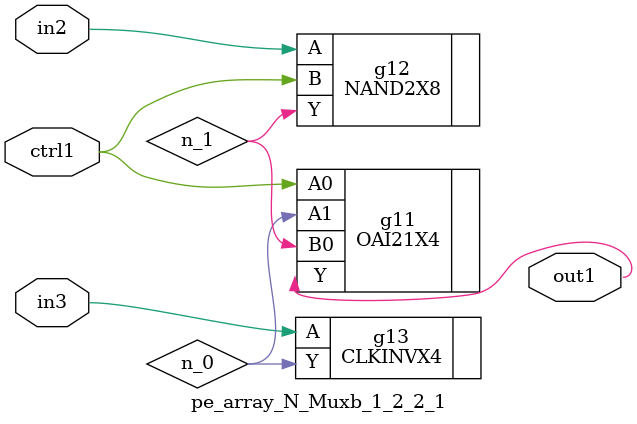
<source format=v>
`timescale 1ps / 1ps


module pe_array_N_Muxb_1_2_2_1(in3, in2, ctrl1, out1);
  input in3, in2, ctrl1;
  output out1;
  wire in3, in2, ctrl1;
  wire out1;
  wire n_0, n_1;
  OAI21X4 g11(.A0 (ctrl1), .A1 (n_0), .B0 (n_1), .Y (out1));
  NAND2X8 g12(.A (in2), .B (ctrl1), .Y (n_1));
  CLKINVX4 g13(.A (in3), .Y (n_0));
endmodule



</source>
